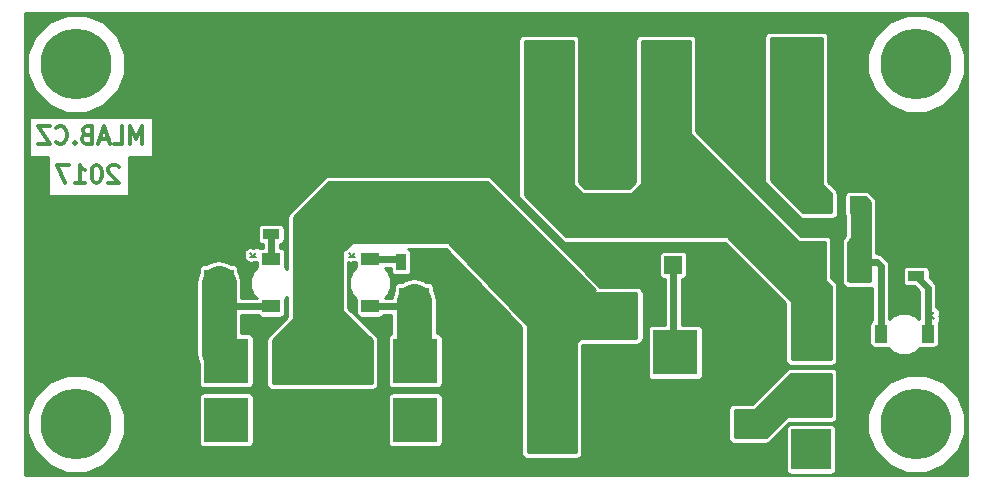
<source format=gbr>
G04 #@! TF.GenerationSoftware,KiCad,Pcbnew,(2017-02-05 revision 431abcf)-makepkg*
G04 #@! TF.CreationDate,2017-03-30T09:03:18+02:00*
G04 #@! TF.ProjectId,UNIPOWER05A,554E49504F5745523035412E6B696361,rev?*
G04 #@! TF.FileFunction,Copper,L2,Bot,Signal*
G04 #@! TF.FilePolarity,Positive*
%FSLAX46Y46*%
G04 Gerber Fmt 4.6, Leading zero omitted, Abs format (unit mm)*
G04 Created by KiCad (PCBNEW (2017-02-05 revision 431abcf)-makepkg) date 03/30/17 09:03:18*
%MOMM*%
%LPD*%
G01*
G04 APERTURE LIST*
%ADD10C,0.300000*%
%ADD11C,0.150000*%
%ADD12R,1.500000X1.050000*%
%ADD13R,3.400000X3.400000*%
%ADD14R,3.810000X3.810000*%
%ADD15R,1.050000X1.500000*%
%ADD16C,6.000000*%
%ADD17R,1.300000X1.500000*%
%ADD18R,0.700000X3.000000*%
%ADD19R,2.499360X2.301240*%
%ADD20R,1.900000X3.400000*%
%ADD21R,1.524000X1.524000*%
%ADD22R,1.397000X0.889000*%
%ADD23R,0.889000X1.397000*%
%ADD24C,0.800000*%
%ADD25C,0.600000*%
%ADD26C,3.000000*%
%ADD27C,0.254000*%
G04 APERTURE END LIST*
D10*
X10671428Y28785428D02*
X10671428Y30285428D01*
X10171428Y29214000D01*
X9671428Y30285428D01*
X9671428Y28785428D01*
X8242857Y28785428D02*
X8957142Y28785428D01*
X8957142Y30285428D01*
X7814285Y29214000D02*
X7099999Y29214000D01*
X7957142Y28785428D02*
X7457142Y30285428D01*
X6957142Y28785428D01*
X5957142Y29571142D02*
X5742857Y29499714D01*
X5671428Y29428285D01*
X5600000Y29285428D01*
X5600000Y29071142D01*
X5671428Y28928285D01*
X5742857Y28856857D01*
X5885714Y28785428D01*
X6457142Y28785428D01*
X6457142Y30285428D01*
X5957142Y30285428D01*
X5814285Y30214000D01*
X5742857Y30142571D01*
X5671428Y29999714D01*
X5671428Y29856857D01*
X5742857Y29714000D01*
X5814285Y29642571D01*
X5957142Y29571142D01*
X6457142Y29571142D01*
X4957142Y28928285D02*
X4885714Y28856857D01*
X4957142Y28785428D01*
X5028571Y28856857D01*
X4957142Y28928285D01*
X4957142Y28785428D01*
X3385714Y28928285D02*
X3457142Y28856857D01*
X3671428Y28785428D01*
X3814285Y28785428D01*
X4028571Y28856857D01*
X4171428Y28999714D01*
X4242857Y29142571D01*
X4314285Y29428285D01*
X4314285Y29642571D01*
X4242857Y29928285D01*
X4171428Y30071142D01*
X4028571Y30214000D01*
X3814285Y30285428D01*
X3671428Y30285428D01*
X3457142Y30214000D01*
X3385714Y30142571D01*
X2885714Y30285428D02*
X1885714Y30285428D01*
X2885714Y28785428D01*
X1885714Y28785428D01*
X8667428Y26840571D02*
X8596000Y26912000D01*
X8453142Y26983428D01*
X8096000Y26983428D01*
X7953142Y26912000D01*
X7881714Y26840571D01*
X7810285Y26697714D01*
X7810285Y26554857D01*
X7881714Y26340571D01*
X8738857Y25483428D01*
X7810285Y25483428D01*
X6881714Y26983428D02*
X6738857Y26983428D01*
X6596000Y26912000D01*
X6524571Y26840571D01*
X6453142Y26697714D01*
X6381714Y26412000D01*
X6381714Y26054857D01*
X6453142Y25769142D01*
X6524571Y25626285D01*
X6596000Y25554857D01*
X6738857Y25483428D01*
X6881714Y25483428D01*
X7024571Y25554857D01*
X7096000Y25626285D01*
X7167428Y25769142D01*
X7238857Y26054857D01*
X7238857Y26412000D01*
X7167428Y26697714D01*
X7096000Y26840571D01*
X7024571Y26912000D01*
X6881714Y26983428D01*
X4953142Y25483428D02*
X5810285Y25483428D01*
X5381714Y25483428D02*
X5381714Y26983428D01*
X5524571Y26769142D01*
X5667428Y26626285D01*
X5810285Y26554857D01*
X4453142Y26983428D02*
X3453142Y26983428D01*
X4096000Y25483428D01*
D11*
X20340320Y19240500D02*
X19771360Y19235420D01*
X20068540Y19270980D02*
X20340320Y19545300D01*
X20083780Y19232880D02*
X19778980Y19552920D01*
X77398880Y14206220D02*
X77718920Y14511020D01*
X77436980Y14221460D02*
X77711300Y13949680D01*
X77406500Y13949680D02*
X77401420Y14518640D01*
X28465780Y19232880D02*
X28160980Y19552920D01*
X28450540Y19270980D02*
X28722320Y19545300D01*
X28722320Y19240500D02*
X28153360Y19235420D01*
D12*
X21590000Y19018000D03*
X21590000Y15018000D03*
D13*
X67310000Y2920000D03*
X67310000Y7620000D03*
X67310000Y12320000D03*
D14*
X50800000Y8024000D03*
X50800000Y14224000D03*
X55800000Y11124000D03*
D15*
X73184000Y12700000D03*
X77184000Y12700000D03*
D16*
X76200000Y35560000D03*
X76200000Y5080000D03*
X5080000Y35560000D03*
X5080000Y5080000D03*
D17*
X71200000Y23622000D03*
D18*
X69850000Y23622000D03*
D17*
X68500000Y23622000D03*
D19*
X17134840Y17018000D03*
X12837160Y17018000D03*
X33665160Y15494000D03*
X37962840Y15494000D03*
D12*
X29972000Y15018000D03*
X29972000Y19018000D03*
D19*
X57795160Y5080000D03*
X62092840Y5080000D03*
D20*
X71292000Y18796000D03*
X67392000Y18796000D03*
D14*
X17780000Y10414000D03*
X17780000Y5414000D03*
X12700000Y5414000D03*
X12700000Y10414000D03*
X33782000Y10414000D03*
X33782000Y5414000D03*
X38862000Y5414000D03*
X38862000Y10414000D03*
X45212000Y9652000D03*
X45212000Y4652000D03*
X50292000Y4652000D03*
X50292000Y9652000D03*
D21*
X55626000Y18542000D03*
D14*
X44958000Y30480000D03*
X44958000Y35480000D03*
X40005000Y35480000D03*
X40005000Y30480000D03*
X54864000Y30480000D03*
X54864000Y35480000D03*
X49911000Y35480000D03*
X49911000Y30480000D03*
D21*
X62230000Y34290000D03*
X62230000Y36830000D03*
X64770000Y34290000D03*
X64770000Y36830000D03*
X67310000Y34290000D03*
X67310000Y36830000D03*
X69850000Y34290000D03*
X69850000Y36830000D03*
D22*
X21590000Y23050500D03*
X21590000Y21145500D03*
D23*
X32575500Y18796000D03*
X34480500Y18796000D03*
D22*
X76200000Y17589500D03*
X76200000Y19494500D03*
D21*
X62230000Y29210000D03*
X62230000Y31750000D03*
X64770000Y29210000D03*
X64770000Y31750000D03*
X67310000Y29210000D03*
X67310000Y31750000D03*
X69850000Y29210000D03*
X69850000Y31750000D03*
D24*
X71628000Y36830000D03*
X71628000Y34290000D03*
X71882000Y31750000D03*
X71882000Y29210000D03*
X60452000Y36830000D03*
X60452000Y34036000D03*
X60452000Y31750000D03*
X60452000Y29210000D03*
X59944000Y18796000D03*
X61214000Y18034000D03*
X62230000Y17018000D03*
X63246000Y16002000D03*
X64008000Y14986000D03*
X63246000Y14224000D03*
X62230000Y15240000D03*
X61214000Y16256000D03*
X60198000Y17018000D03*
X58674000Y17526000D03*
X48768000Y25908000D03*
X49784000Y25908000D03*
X50800000Y25908000D03*
X51816000Y25908000D03*
X52070000Y26924000D03*
X51054000Y26924000D03*
X50038000Y26924000D03*
X49022000Y26924000D03*
X48006000Y26924000D03*
X51054000Y27940000D03*
X52070000Y27940000D03*
X50038000Y27940000D03*
X49022000Y27940000D03*
X48006000Y27940000D03*
X41656000Y26670000D03*
X40640000Y26670000D03*
X39370000Y26670000D03*
X38100000Y26670000D03*
X41656000Y27686000D03*
X40640000Y27686000D03*
X39370000Y27686000D03*
X38100000Y27686000D03*
X37338000Y28194000D03*
X37338000Y29464000D03*
X37338000Y30480000D03*
X37338000Y31496000D03*
X37338000Y32512000D03*
X37338000Y33528004D03*
X37338000Y34544000D03*
X37338000Y35560000D03*
X10160000Y14732000D03*
X10160000Y16002000D03*
X10160000Y17526000D03*
X9906000Y11176000D03*
X9906000Y12192000D03*
X13970000Y13208000D03*
X12954000Y13208000D03*
X11938000Y13208000D03*
X10922000Y13208000D03*
X9906000Y13208000D03*
X13970000Y2540000D03*
X12954000Y2540000D03*
X11938000Y2540000D03*
X10922000Y2540000D03*
X9906000Y2540000D03*
X9906000Y9906000D03*
X9906000Y8636000D03*
X9906000Y7620000D03*
X9906000Y6350000D03*
X9906000Y5334000D03*
X41656000Y11938000D03*
X41656000Y10922000D03*
X41656000Y9906000D03*
X41656000Y8890000D03*
X41656000Y7874000D03*
X41656000Y6604000D03*
X41656000Y5334000D03*
X58166000Y8128000D03*
X57150000Y8128000D03*
X56134000Y8128000D03*
X57150000Y2032000D03*
X56134000Y2032000D03*
X54864000Y2032000D03*
X53848000Y2032000D03*
X54864000Y8128000D03*
X54864000Y6858000D03*
X54864000Y5334000D03*
X54864000Y4318000D03*
X54864000Y3302000D03*
X53848000Y3302000D03*
X53848000Y4318000D03*
X53848000Y5334000D03*
X53848000Y6858000D03*
X53848000Y8128000D03*
X41656000Y13462000D03*
X40132000Y13462000D03*
X39116000Y13462000D03*
X37846000Y13462000D03*
X36576000Y13462000D03*
X26924000Y14224000D03*
X24892000Y14224000D03*
X23876000Y14224000D03*
X23876000Y16256000D03*
X24892000Y16256000D03*
X25908000Y16256000D03*
X26924000Y16256000D03*
X26924000Y15240000D03*
X25908000Y15240000D03*
X24892000Y15240000D03*
X23876000Y15240000D03*
X25908000Y14224000D03*
X28448000Y12954000D03*
X27178000Y12954000D03*
X25908000Y12954000D03*
X24638000Y12954000D03*
X23368000Y12954000D03*
D25*
X71882000Y31750000D02*
X71882000Y34036000D01*
X71882000Y34036000D02*
X71628000Y34290000D01*
X69850000Y29210000D02*
X71882000Y29210000D01*
X60452000Y31750000D02*
X60452000Y34036000D01*
X62230000Y29210000D02*
X60452000Y29210000D01*
X61214000Y18034000D02*
X60706000Y18034000D01*
X60706000Y18034000D02*
X59944000Y18796000D01*
X63246000Y16002000D02*
X62230000Y17018000D01*
X63246000Y14224000D02*
X64008000Y14986000D01*
X61214000Y16256000D02*
X62230000Y15240000D01*
X58674000Y17526000D02*
X59690000Y17526000D01*
X59690000Y17526000D02*
X60198000Y17018000D01*
X50800000Y25908000D02*
X49784000Y25908000D01*
X52070000Y26924000D02*
X52070000Y26162000D01*
X52070000Y26162000D02*
X51816000Y25908000D01*
X50038000Y26924000D02*
X51054000Y26924000D01*
X48006000Y26924000D02*
X49022000Y26924000D01*
X52070000Y27940000D02*
X51054000Y27940000D01*
X49022000Y27940000D02*
X50038000Y27940000D01*
X49911000Y30480000D02*
X49911000Y29845000D01*
X49911000Y29845000D02*
X48006000Y27940000D01*
X39370000Y26670000D02*
X40640000Y26670000D01*
X38100000Y27686000D02*
X38100000Y26670000D01*
X39370000Y27686000D02*
X40640000Y27686000D01*
X37338000Y28194000D02*
X37592000Y28194000D01*
X37592000Y28194000D02*
X38100000Y27686000D01*
X37338000Y31496000D02*
X37338000Y30480000D01*
X37338000Y33528004D02*
X37338000Y32512000D01*
X37338000Y35560000D02*
X37338000Y34544000D01*
X10160000Y16002000D02*
X10160000Y14732000D01*
X12837160Y17018000D02*
X10668000Y17018000D01*
X10668000Y17018000D02*
X10160000Y17526000D01*
X9906000Y13208000D02*
X9906000Y12192000D01*
X11938000Y13208000D02*
X12954000Y13208000D01*
X9906000Y13208000D02*
X10922000Y13208000D01*
X12954000Y2540000D02*
X13970000Y2540000D01*
X10922000Y2540000D02*
X11938000Y2540000D01*
X12700000Y5414000D02*
X12700000Y5334000D01*
X12700000Y5334000D02*
X9906000Y2540000D01*
X9906000Y7620000D02*
X9906000Y8636000D01*
X9906000Y5334000D02*
X9906000Y6350000D01*
X41656000Y10922000D02*
X41656000Y11938000D01*
X41656000Y8890000D02*
X41656000Y9906000D01*
X41656000Y6604000D02*
X41656000Y7874000D01*
X38862000Y5414000D02*
X41576000Y5414000D01*
X41576000Y5414000D02*
X41656000Y5334000D01*
X56134000Y8128000D02*
X57150000Y8128000D01*
X56134000Y2032000D02*
X57150000Y2032000D01*
X53848000Y2032000D02*
X54864000Y2032000D01*
X54864000Y6858000D02*
X54864000Y8128000D01*
X54864000Y4883685D02*
X54864000Y5334000D01*
X54864000Y4318000D02*
X54864000Y4883685D01*
X53848000Y3302000D02*
X54864000Y3302000D01*
X53848000Y5334000D02*
X53848000Y4318000D01*
X53848000Y8128000D02*
X53848000Y6858000D01*
X40132000Y13462000D02*
X41656000Y13462000D01*
X37846000Y13462000D02*
X39116000Y13462000D01*
X38862000Y10414000D02*
X38862000Y11176000D01*
X38862000Y11176000D02*
X36576000Y13462000D01*
X55626000Y18542000D02*
X55626000Y11298000D01*
X55626000Y11298000D02*
X55800000Y11124000D01*
X18034000Y14986000D02*
X17134840Y14986000D01*
X18034000Y14986000D02*
X18066000Y15018000D01*
X18066000Y15018000D02*
X21590000Y15018000D01*
D26*
X17134840Y17018000D02*
X17134840Y14986000D01*
X17134840Y14986000D02*
X17134840Y11059160D01*
X17134840Y11059160D02*
X17780000Y10414000D01*
D25*
X29972000Y15018000D02*
X33189160Y15018000D01*
X33189160Y15018000D02*
X33665160Y15494000D01*
D26*
X33665160Y15494000D02*
X33665160Y10530840D01*
X33665160Y10530840D02*
X33782000Y10414000D01*
D25*
X21590000Y19018000D02*
X21590000Y21145500D01*
D10*
X27178000Y14224000D02*
X26924000Y14224000D01*
X28448000Y12954000D02*
X27178000Y14224000D01*
X25908000Y14224000D02*
X24892000Y14224000D01*
X24892000Y14224000D02*
X23876000Y14224000D01*
X24892000Y16256000D02*
X23876000Y16256000D01*
X26924000Y16256000D02*
X25908000Y16256000D01*
X25908000Y15240000D02*
X26924000Y15240000D01*
X23876000Y15240000D02*
X24892000Y15240000D01*
X25908000Y12954000D02*
X27178000Y12954000D01*
X23368000Y12954000D02*
X24638000Y12954000D01*
D25*
X73184000Y12700000D02*
X73184000Y18454000D01*
X73184000Y18454000D02*
X72842000Y18796000D01*
X72842000Y18796000D02*
X71292000Y18796000D01*
X29972000Y19018000D02*
X32353500Y19018000D01*
X32353500Y19018000D02*
X32575500Y18796000D01*
X76200000Y17589500D02*
X77184000Y16605500D01*
X77184000Y16605500D02*
X77184000Y12700000D01*
D27*
G36*
X80524000Y756000D02*
X756000Y756000D01*
X756000Y4262690D01*
X952285Y4262690D01*
X1579259Y2745296D01*
X2739190Y1583340D01*
X4255487Y953718D01*
X5897310Y952285D01*
X7414704Y1579259D01*
X8576660Y2739190D01*
X9206282Y4255487D01*
X9207715Y5897310D01*
X8620286Y7319000D01*
X15439635Y7319000D01*
X15439635Y3509000D01*
X15472775Y3342393D01*
X15567150Y3201150D01*
X15708393Y3106775D01*
X15875000Y3073635D01*
X19685000Y3073635D01*
X19851607Y3106775D01*
X19992850Y3201150D01*
X20087225Y3342393D01*
X20120365Y3509000D01*
X20120365Y7319000D01*
X31441635Y7319000D01*
X31441635Y3509000D01*
X31474775Y3342393D01*
X31569150Y3201150D01*
X31710393Y3106775D01*
X31877000Y3073635D01*
X35687000Y3073635D01*
X35853607Y3106775D01*
X35994850Y3201150D01*
X36089225Y3342393D01*
X36122365Y3509000D01*
X36122365Y7319000D01*
X36089225Y7485607D01*
X35994850Y7626850D01*
X35853607Y7721225D01*
X35687000Y7754365D01*
X31877000Y7754365D01*
X31710393Y7721225D01*
X31569150Y7626850D01*
X31474775Y7485607D01*
X31441635Y7319000D01*
X20120365Y7319000D01*
X20087225Y7485607D01*
X19992850Y7626850D01*
X19851607Y7721225D01*
X19685000Y7754365D01*
X15875000Y7754365D01*
X15708393Y7721225D01*
X15567150Y7626850D01*
X15472775Y7485607D01*
X15439635Y7319000D01*
X8620286Y7319000D01*
X8580741Y7414704D01*
X7420810Y8576660D01*
X5904513Y9206282D01*
X4262690Y9207715D01*
X2745296Y8580741D01*
X1583340Y7420810D01*
X953718Y5904513D01*
X952285Y4262690D01*
X756000Y4262690D01*
X756000Y17018000D01*
X15207840Y17018000D01*
X15207840Y11059160D01*
X15354524Y10321729D01*
X15439635Y10194351D01*
X15439635Y8509000D01*
X15472775Y8342393D01*
X15567150Y8201150D01*
X15708393Y8106775D01*
X15875000Y8073635D01*
X19685000Y8073635D01*
X19851607Y8106775D01*
X19992850Y8201150D01*
X20087225Y8342393D01*
X20120365Y8509000D01*
X20120365Y12319000D01*
X20087225Y12485607D01*
X19992850Y12626850D01*
X19851607Y12721225D01*
X19685000Y12754365D01*
X19061840Y12754365D01*
X19061840Y14291000D01*
X20461424Y14291000D01*
X20532150Y14185150D01*
X20673393Y14090775D01*
X20840000Y14057635D01*
X22340000Y14057635D01*
X22506607Y14090775D01*
X22647850Y14185150D01*
X22742225Y14326393D01*
X22775365Y14493000D01*
X22775365Y15543000D01*
X22750898Y15666007D01*
X22941000Y15855778D01*
X22941000Y14146870D01*
X21288065Y12493935D01*
X21195503Y12355406D01*
X21163000Y12192000D01*
X21163000Y8382000D01*
X21195503Y8218594D01*
X21288065Y8080065D01*
X21426594Y7987503D01*
X21590000Y7955000D01*
X30226000Y7955000D01*
X30389406Y7987503D01*
X30527935Y8080065D01*
X30620497Y8218594D01*
X30653000Y8382000D01*
X30653000Y12192000D01*
X30620497Y12355406D01*
X30527935Y12493935D01*
X28113000Y14908870D01*
X28113000Y18741944D01*
X28157842Y18733440D01*
X28431891Y18735887D01*
X28453540Y18731029D01*
X28484199Y18736354D01*
X28726802Y18738520D01*
X28786635Y18750978D01*
X28786635Y18493000D01*
X28811102Y18369993D01*
X28466412Y18025904D01*
X28195310Y17373018D01*
X28194693Y16666084D01*
X28464655Y16012726D01*
X28811047Y15665728D01*
X28786635Y15543000D01*
X28786635Y14493000D01*
X28819775Y14326393D01*
X28914150Y14185150D01*
X29055393Y14090775D01*
X29222000Y14057635D01*
X30722000Y14057635D01*
X30888607Y14090775D01*
X31029850Y14185150D01*
X31100576Y14291000D01*
X31738160Y14291000D01*
X31738160Y12726748D01*
X31710393Y12721225D01*
X31569150Y12626850D01*
X31474775Y12485607D01*
X31441635Y12319000D01*
X31441635Y8509000D01*
X31474775Y8342393D01*
X31569150Y8201150D01*
X31710393Y8106775D01*
X31877000Y8073635D01*
X35687000Y8073635D01*
X35853607Y8106775D01*
X35994850Y8201150D01*
X36089225Y8342393D01*
X36122365Y8509000D01*
X36122365Y12319000D01*
X36089225Y12485607D01*
X35994850Y12626850D01*
X35853607Y12721225D01*
X35687000Y12754365D01*
X35592160Y12754365D01*
X35592160Y15494000D01*
X35445476Y16231431D01*
X35350205Y16374014D01*
X35350205Y16644620D01*
X35317065Y16811227D01*
X35222690Y16952470D01*
X35081447Y17046845D01*
X34914840Y17079985D01*
X34693428Y17079985D01*
X34402591Y17274316D01*
X33665160Y17421000D01*
X32927729Y17274316D01*
X32636892Y17079985D01*
X32415480Y17079985D01*
X32248873Y17046845D01*
X32107630Y16952470D01*
X32013255Y16811227D01*
X31980115Y16644620D01*
X31980115Y16374014D01*
X31884844Y16231431D01*
X31788087Y15745000D01*
X31212029Y15745000D01*
X31477588Y16010096D01*
X31748690Y16662982D01*
X31749307Y17369916D01*
X31479345Y18023274D01*
X31212086Y18291000D01*
X31695635Y18291000D01*
X31695635Y18097500D01*
X31728775Y17930893D01*
X31823150Y17789650D01*
X31964393Y17695275D01*
X32131000Y17662135D01*
X33020000Y17662135D01*
X33186607Y17695275D01*
X33327850Y17789650D01*
X33422225Y17930893D01*
X33455365Y18097500D01*
X33455365Y19494500D01*
X33422225Y19661107D01*
X33327850Y19802350D01*
X33192182Y19893000D01*
X36393286Y19893000D01*
X41601127Y14437167D01*
X41608065Y14430065D01*
X42753000Y13285130D01*
X42753000Y2540000D01*
X42785503Y2376594D01*
X42878065Y2238065D01*
X43016594Y2145503D01*
X43180000Y2113000D01*
X47498000Y2113000D01*
X47661406Y2145503D01*
X47799935Y2238065D01*
X47892497Y2376594D01*
X47925000Y2540000D01*
X47925000Y6350000D01*
X60279000Y6350000D01*
X60279000Y3810000D01*
X60311503Y3646594D01*
X60404065Y3508065D01*
X60542594Y3415503D01*
X60706000Y3383000D01*
X63500000Y3383000D01*
X63663406Y3415503D01*
X63801935Y3508065D01*
X64913870Y4620000D01*
X65174635Y4620000D01*
X65174635Y1220000D01*
X65207775Y1053393D01*
X65302150Y912150D01*
X65443393Y817775D01*
X65610000Y784635D01*
X69010000Y784635D01*
X69176607Y817775D01*
X69317850Y912150D01*
X69412225Y1053393D01*
X69445365Y1220000D01*
X69445365Y4262690D01*
X72072285Y4262690D01*
X72699259Y2745296D01*
X73859190Y1583340D01*
X75375487Y953718D01*
X77017310Y952285D01*
X78534704Y1579259D01*
X79696660Y2739190D01*
X80326282Y4255487D01*
X80327715Y5897310D01*
X79700741Y7414704D01*
X78540810Y8576660D01*
X77024513Y9206282D01*
X75382690Y9207715D01*
X73865296Y8580741D01*
X72703340Y7420810D01*
X72073718Y5904513D01*
X72072285Y4262690D01*
X69445365Y4262690D01*
X69445365Y4620000D01*
X69412225Y4786607D01*
X69317850Y4927850D01*
X69176607Y5022225D01*
X69010000Y5055365D01*
X65610000Y5055365D01*
X65443393Y5022225D01*
X65302150Y4927850D01*
X65207775Y4786607D01*
X65174635Y4620000D01*
X64913870Y4620000D01*
X65454870Y5161000D01*
X69088000Y5161000D01*
X69251406Y5193503D01*
X69389935Y5286065D01*
X69482497Y5424594D01*
X69515000Y5588000D01*
X69515000Y9398000D01*
X69482497Y9561406D01*
X69389935Y9699935D01*
X69251406Y9792497D01*
X69088000Y9825000D01*
X65532000Y9825000D01*
X65368594Y9792497D01*
X65230065Y9699935D01*
X62307130Y6777000D01*
X60706000Y6777000D01*
X60542594Y6744497D01*
X60404065Y6651935D01*
X60311503Y6513406D01*
X60279000Y6350000D01*
X47925000Y6350000D01*
X47925000Y11761130D01*
X47928870Y11765000D01*
X52578000Y11765000D01*
X52741406Y11797503D01*
X52879935Y11890065D01*
X52918894Y11948371D01*
X53012850Y12011150D01*
X53107225Y12152393D01*
X53140365Y12319000D01*
X53140365Y13029000D01*
X53459635Y13029000D01*
X53459635Y9219000D01*
X53492775Y9052393D01*
X53587150Y8911150D01*
X53728393Y8816775D01*
X53895000Y8783635D01*
X57705000Y8783635D01*
X57871607Y8816775D01*
X58012850Y8911150D01*
X58107225Y9052393D01*
X58140365Y9219000D01*
X58140365Y13029000D01*
X58107225Y13195607D01*
X58012850Y13336850D01*
X57871607Y13431225D01*
X57705000Y13464365D01*
X56353000Y13464365D01*
X56353000Y17344635D01*
X56388000Y17344635D01*
X56554607Y17377775D01*
X56695850Y17472150D01*
X56790225Y17613393D01*
X56823365Y17780000D01*
X56823365Y19304000D01*
X56790225Y19470607D01*
X56695850Y19611850D01*
X56554607Y19706225D01*
X56388000Y19739365D01*
X54864000Y19739365D01*
X54697393Y19706225D01*
X54556150Y19611850D01*
X54461775Y19470607D01*
X54428635Y19304000D01*
X54428635Y17780000D01*
X54461775Y17613393D01*
X54556150Y17472150D01*
X54697393Y17377775D01*
X54864000Y17344635D01*
X54899000Y17344635D01*
X54899000Y13464365D01*
X53895000Y13464365D01*
X53728393Y13431225D01*
X53587150Y13336850D01*
X53492775Y13195607D01*
X53459635Y13029000D01*
X53140365Y13029000D01*
X53140365Y16129000D01*
X53107225Y16295607D01*
X53012850Y16436850D01*
X52918894Y16499629D01*
X52879935Y16557935D01*
X52741406Y16650497D01*
X52578000Y16683000D01*
X49452870Y16683000D01*
X40179935Y25955935D01*
X40041406Y26048497D01*
X39878000Y26081000D01*
X26416000Y26081000D01*
X26252594Y26048497D01*
X26114065Y25955935D01*
X23066065Y22907935D01*
X22973503Y22769406D01*
X22941000Y22606000D01*
X22941000Y18179892D01*
X22750953Y18370272D01*
X22775365Y18493000D01*
X22775365Y19543000D01*
X22742225Y19709607D01*
X22647850Y19850850D01*
X22506607Y19945225D01*
X22340000Y19978365D01*
X22317000Y19978365D01*
X22317000Y20271304D01*
X22455107Y20298775D01*
X22596350Y20393150D01*
X22690725Y20534393D01*
X22723865Y20701000D01*
X22723865Y21590000D01*
X22690725Y21756607D01*
X22596350Y21897850D01*
X22455107Y21992225D01*
X22288500Y22025365D01*
X20891500Y22025365D01*
X20724893Y21992225D01*
X20583650Y21897850D01*
X20489275Y21756607D01*
X20456135Y21590000D01*
X20456135Y20701000D01*
X20489275Y20534393D01*
X20583650Y20393150D01*
X20724893Y20298775D01*
X20863000Y20271304D01*
X20863000Y19978365D01*
X20840000Y19978365D01*
X20673393Y19945225D01*
X20650889Y19930189D01*
X20530268Y20009976D01*
X20337985Y20047295D01*
X20146057Y20008189D01*
X20065150Y19953583D01*
X19982339Y20011886D01*
X19791220Y20054771D01*
X19598238Y20021254D01*
X19432773Y19916437D01*
X19320014Y19756279D01*
X19277129Y19565160D01*
X19303724Y19412035D01*
X19269380Y19230938D01*
X19309306Y19039180D01*
X19419575Y18877297D01*
X19583401Y18769935D01*
X19775842Y18733440D01*
X20049891Y18735887D01*
X20071540Y18731029D01*
X20102199Y18736354D01*
X20344802Y18738520D01*
X20404635Y18750978D01*
X20404635Y18493000D01*
X20429102Y18369993D01*
X20084412Y18025904D01*
X19813310Y17373018D01*
X19812693Y16666084D01*
X20082655Y16012726D01*
X20349914Y15745000D01*
X19061840Y15745000D01*
X19061840Y17018000D01*
X18915156Y17755431D01*
X18819885Y17898014D01*
X18819885Y18168620D01*
X18786745Y18335227D01*
X18692370Y18476470D01*
X18551127Y18570845D01*
X18384520Y18603985D01*
X18163108Y18603985D01*
X17872271Y18798316D01*
X17134840Y18945000D01*
X16397409Y18798316D01*
X16106572Y18603985D01*
X15885160Y18603985D01*
X15718553Y18570845D01*
X15577310Y18476470D01*
X15482935Y18335227D01*
X15449795Y18168620D01*
X15449795Y17898014D01*
X15354524Y17755431D01*
X15207840Y17018000D01*
X756000Y17018000D01*
X756000Y31046000D01*
X1094429Y31046000D01*
X1094429Y27642000D01*
X2661857Y27642000D01*
X2661857Y24340000D01*
X9530143Y24340000D01*
X9530143Y27642000D01*
X11605572Y27642000D01*
X11605572Y31046000D01*
X1094429Y31046000D01*
X756000Y31046000D01*
X756000Y34742690D01*
X952285Y34742690D01*
X1579259Y33225296D01*
X2739190Y32063340D01*
X4255487Y31433718D01*
X5897310Y31432285D01*
X7414704Y32059259D01*
X8576660Y33219190D01*
X9206282Y34735487D01*
X9207715Y36377310D01*
X8705816Y37592000D01*
X42499000Y37592000D01*
X42499000Y24384000D01*
X42531503Y24220594D01*
X42624065Y24082065D01*
X46180065Y20526065D01*
X46318594Y20433503D01*
X46482000Y20401000D01*
X60021130Y20401000D01*
X65105000Y15317130D01*
X65105000Y10414000D01*
X65137503Y10250594D01*
X65230065Y10112065D01*
X65368594Y10019503D01*
X65532000Y9987000D01*
X69088000Y9987000D01*
X69251406Y10019503D01*
X69389935Y10112065D01*
X69482497Y10250594D01*
X69515000Y10414000D01*
X69515000Y16764000D01*
X69482497Y16927406D01*
X69389935Y17065935D01*
X69007000Y17448870D01*
X69007000Y20496000D01*
X69906635Y20496000D01*
X69906635Y17096000D01*
X69939775Y16929393D01*
X69952376Y16910534D01*
X69963503Y16854594D01*
X70056065Y16716065D01*
X70194594Y16623503D01*
X70358000Y16591000D01*
X72390000Y16591000D01*
X72457000Y16604327D01*
X72457000Y13828576D01*
X72351150Y13757850D01*
X72256775Y13616607D01*
X72223635Y13450000D01*
X72223635Y11950000D01*
X72256775Y11783393D01*
X72351150Y11642150D01*
X72492393Y11547775D01*
X72659000Y11514635D01*
X73709000Y11514635D01*
X73832007Y11539102D01*
X74176096Y11194412D01*
X74828982Y10923310D01*
X75535916Y10922693D01*
X76189274Y11192655D01*
X76536272Y11539047D01*
X76659000Y11514635D01*
X77709000Y11514635D01*
X77875607Y11547775D01*
X78016850Y11642150D01*
X78111225Y11783393D01*
X78144365Y11950000D01*
X78144365Y13450000D01*
X78111225Y13616607D01*
X78096189Y13639111D01*
X78175976Y13759732D01*
X78213295Y13952015D01*
X78174189Y14143943D01*
X78119583Y14224850D01*
X78177886Y14307661D01*
X78220771Y14498780D01*
X78187254Y14691762D01*
X78082437Y14857227D01*
X77922279Y14969986D01*
X77911000Y14972517D01*
X77911000Y16605500D01*
X77855660Y16883711D01*
X77698067Y17119567D01*
X77333865Y17483769D01*
X77333865Y18034000D01*
X77300725Y18200607D01*
X77206350Y18341850D01*
X77065107Y18436225D01*
X76898500Y18469365D01*
X75501500Y18469365D01*
X75334893Y18436225D01*
X75193650Y18341850D01*
X75099275Y18200607D01*
X75066135Y18034000D01*
X75066135Y17145000D01*
X75099275Y16978393D01*
X75193650Y16837150D01*
X75334893Y16742775D01*
X75501500Y16709635D01*
X76051731Y16709635D01*
X76457000Y16304366D01*
X76457000Y13940029D01*
X76191904Y14205588D01*
X75539018Y14476690D01*
X74832084Y14477307D01*
X74178726Y14207345D01*
X73911000Y13940086D01*
X73911000Y18454000D01*
X73855660Y18732211D01*
X73698067Y18968067D01*
X73356067Y19310067D01*
X73288293Y19355352D01*
X73120211Y19467660D01*
X73074052Y19476842D01*
X72842000Y19523001D01*
X72841995Y19523000D01*
X72817000Y19523000D01*
X72817000Y23876000D01*
X72784497Y24039406D01*
X72691935Y24177935D01*
X72183935Y24685935D01*
X72045406Y24778497D01*
X71882000Y24811000D01*
X70612000Y24811000D01*
X70593725Y24807365D01*
X70550000Y24807365D01*
X70383393Y24774225D01*
X70242150Y24679850D01*
X70147775Y24538607D01*
X70114635Y24372000D01*
X70114635Y22872000D01*
X70147775Y22705393D01*
X70185000Y22649682D01*
X70185000Y21004870D01*
X70056065Y20875935D01*
X69963503Y20737406D01*
X69952376Y20681466D01*
X69939775Y20662607D01*
X69906635Y20496000D01*
X69007000Y20496000D01*
X69007000Y20574000D01*
X68974497Y20737406D01*
X68881935Y20875935D01*
X68743406Y20968497D01*
X68580000Y21001000D01*
X66470870Y21001000D01*
X57577000Y29894870D01*
X57577000Y37592000D01*
X57544497Y37755406D01*
X57483965Y37846000D01*
X63327000Y37846000D01*
X63327000Y25654000D01*
X63359503Y25490594D01*
X63452065Y25352065D01*
X66246065Y22558065D01*
X66384594Y22465503D01*
X66548000Y22433000D01*
X69088000Y22433000D01*
X69106275Y22436635D01*
X69150000Y22436635D01*
X69316607Y22469775D01*
X69457850Y22564150D01*
X69552225Y22705393D01*
X69585365Y22872000D01*
X69585365Y24372000D01*
X69552225Y24538607D01*
X69515000Y24594318D01*
X69515000Y24638000D01*
X69482497Y24801406D01*
X69389935Y24939935D01*
X68753000Y25576870D01*
X68753000Y34742690D01*
X72072285Y34742690D01*
X72699259Y33225296D01*
X73859190Y32063340D01*
X75375487Y31433718D01*
X77017310Y31432285D01*
X78534704Y32059259D01*
X79696660Y33219190D01*
X80326282Y34735487D01*
X80327715Y36377310D01*
X79700741Y37894704D01*
X78540810Y39056660D01*
X77024513Y39686282D01*
X75382690Y39687715D01*
X73865296Y39060741D01*
X72703340Y37900810D01*
X72073718Y36384513D01*
X72072285Y34742690D01*
X68753000Y34742690D01*
X68753000Y37846000D01*
X68720497Y38009406D01*
X68627935Y38147935D01*
X68489406Y38240497D01*
X68326000Y38273000D01*
X63754000Y38273000D01*
X63590594Y38240497D01*
X63452065Y38147935D01*
X63359503Y38009406D01*
X63327000Y37846000D01*
X57483965Y37846000D01*
X57451935Y37893935D01*
X57313406Y37986497D01*
X57150000Y38019000D01*
X52832000Y38019000D01*
X52668594Y37986497D01*
X52530065Y37893935D01*
X52437503Y37755406D01*
X52405000Y37592000D01*
X52405000Y25576870D01*
X51893130Y25065000D01*
X48182870Y25065000D01*
X47671000Y25576870D01*
X47671000Y37592000D01*
X47638497Y37755406D01*
X47545935Y37893935D01*
X47407406Y37986497D01*
X47244000Y38019000D01*
X42926000Y38019000D01*
X42762594Y37986497D01*
X42624065Y37893935D01*
X42531503Y37755406D01*
X42499000Y37592000D01*
X8705816Y37592000D01*
X8580741Y37894704D01*
X7420810Y39056660D01*
X5904513Y39686282D01*
X4262690Y39687715D01*
X2745296Y39060741D01*
X1583340Y37900810D01*
X953718Y36384513D01*
X952285Y34742690D01*
X756000Y34742690D01*
X756000Y39884000D01*
X80524000Y39884000D01*
X80524000Y756000D01*
X80524000Y756000D01*
G37*
X80524000Y756000D02*
X756000Y756000D01*
X756000Y4262690D01*
X952285Y4262690D01*
X1579259Y2745296D01*
X2739190Y1583340D01*
X4255487Y953718D01*
X5897310Y952285D01*
X7414704Y1579259D01*
X8576660Y2739190D01*
X9206282Y4255487D01*
X9207715Y5897310D01*
X8620286Y7319000D01*
X15439635Y7319000D01*
X15439635Y3509000D01*
X15472775Y3342393D01*
X15567150Y3201150D01*
X15708393Y3106775D01*
X15875000Y3073635D01*
X19685000Y3073635D01*
X19851607Y3106775D01*
X19992850Y3201150D01*
X20087225Y3342393D01*
X20120365Y3509000D01*
X20120365Y7319000D01*
X31441635Y7319000D01*
X31441635Y3509000D01*
X31474775Y3342393D01*
X31569150Y3201150D01*
X31710393Y3106775D01*
X31877000Y3073635D01*
X35687000Y3073635D01*
X35853607Y3106775D01*
X35994850Y3201150D01*
X36089225Y3342393D01*
X36122365Y3509000D01*
X36122365Y7319000D01*
X36089225Y7485607D01*
X35994850Y7626850D01*
X35853607Y7721225D01*
X35687000Y7754365D01*
X31877000Y7754365D01*
X31710393Y7721225D01*
X31569150Y7626850D01*
X31474775Y7485607D01*
X31441635Y7319000D01*
X20120365Y7319000D01*
X20087225Y7485607D01*
X19992850Y7626850D01*
X19851607Y7721225D01*
X19685000Y7754365D01*
X15875000Y7754365D01*
X15708393Y7721225D01*
X15567150Y7626850D01*
X15472775Y7485607D01*
X15439635Y7319000D01*
X8620286Y7319000D01*
X8580741Y7414704D01*
X7420810Y8576660D01*
X5904513Y9206282D01*
X4262690Y9207715D01*
X2745296Y8580741D01*
X1583340Y7420810D01*
X953718Y5904513D01*
X952285Y4262690D01*
X756000Y4262690D01*
X756000Y17018000D01*
X15207840Y17018000D01*
X15207840Y11059160D01*
X15354524Y10321729D01*
X15439635Y10194351D01*
X15439635Y8509000D01*
X15472775Y8342393D01*
X15567150Y8201150D01*
X15708393Y8106775D01*
X15875000Y8073635D01*
X19685000Y8073635D01*
X19851607Y8106775D01*
X19992850Y8201150D01*
X20087225Y8342393D01*
X20120365Y8509000D01*
X20120365Y12319000D01*
X20087225Y12485607D01*
X19992850Y12626850D01*
X19851607Y12721225D01*
X19685000Y12754365D01*
X19061840Y12754365D01*
X19061840Y14291000D01*
X20461424Y14291000D01*
X20532150Y14185150D01*
X20673393Y14090775D01*
X20840000Y14057635D01*
X22340000Y14057635D01*
X22506607Y14090775D01*
X22647850Y14185150D01*
X22742225Y14326393D01*
X22775365Y14493000D01*
X22775365Y15543000D01*
X22750898Y15666007D01*
X22941000Y15855778D01*
X22941000Y14146870D01*
X21288065Y12493935D01*
X21195503Y12355406D01*
X21163000Y12192000D01*
X21163000Y8382000D01*
X21195503Y8218594D01*
X21288065Y8080065D01*
X21426594Y7987503D01*
X21590000Y7955000D01*
X30226000Y7955000D01*
X30389406Y7987503D01*
X30527935Y8080065D01*
X30620497Y8218594D01*
X30653000Y8382000D01*
X30653000Y12192000D01*
X30620497Y12355406D01*
X30527935Y12493935D01*
X28113000Y14908870D01*
X28113000Y18741944D01*
X28157842Y18733440D01*
X28431891Y18735887D01*
X28453540Y18731029D01*
X28484199Y18736354D01*
X28726802Y18738520D01*
X28786635Y18750978D01*
X28786635Y18493000D01*
X28811102Y18369993D01*
X28466412Y18025904D01*
X28195310Y17373018D01*
X28194693Y16666084D01*
X28464655Y16012726D01*
X28811047Y15665728D01*
X28786635Y15543000D01*
X28786635Y14493000D01*
X28819775Y14326393D01*
X28914150Y14185150D01*
X29055393Y14090775D01*
X29222000Y14057635D01*
X30722000Y14057635D01*
X30888607Y14090775D01*
X31029850Y14185150D01*
X31100576Y14291000D01*
X31738160Y14291000D01*
X31738160Y12726748D01*
X31710393Y12721225D01*
X31569150Y12626850D01*
X31474775Y12485607D01*
X31441635Y12319000D01*
X31441635Y8509000D01*
X31474775Y8342393D01*
X31569150Y8201150D01*
X31710393Y8106775D01*
X31877000Y8073635D01*
X35687000Y8073635D01*
X35853607Y8106775D01*
X35994850Y8201150D01*
X36089225Y8342393D01*
X36122365Y8509000D01*
X36122365Y12319000D01*
X36089225Y12485607D01*
X35994850Y12626850D01*
X35853607Y12721225D01*
X35687000Y12754365D01*
X35592160Y12754365D01*
X35592160Y15494000D01*
X35445476Y16231431D01*
X35350205Y16374014D01*
X35350205Y16644620D01*
X35317065Y16811227D01*
X35222690Y16952470D01*
X35081447Y17046845D01*
X34914840Y17079985D01*
X34693428Y17079985D01*
X34402591Y17274316D01*
X33665160Y17421000D01*
X32927729Y17274316D01*
X32636892Y17079985D01*
X32415480Y17079985D01*
X32248873Y17046845D01*
X32107630Y16952470D01*
X32013255Y16811227D01*
X31980115Y16644620D01*
X31980115Y16374014D01*
X31884844Y16231431D01*
X31788087Y15745000D01*
X31212029Y15745000D01*
X31477588Y16010096D01*
X31748690Y16662982D01*
X31749307Y17369916D01*
X31479345Y18023274D01*
X31212086Y18291000D01*
X31695635Y18291000D01*
X31695635Y18097500D01*
X31728775Y17930893D01*
X31823150Y17789650D01*
X31964393Y17695275D01*
X32131000Y17662135D01*
X33020000Y17662135D01*
X33186607Y17695275D01*
X33327850Y17789650D01*
X33422225Y17930893D01*
X33455365Y18097500D01*
X33455365Y19494500D01*
X33422225Y19661107D01*
X33327850Y19802350D01*
X33192182Y19893000D01*
X36393286Y19893000D01*
X41601127Y14437167D01*
X41608065Y14430065D01*
X42753000Y13285130D01*
X42753000Y2540000D01*
X42785503Y2376594D01*
X42878065Y2238065D01*
X43016594Y2145503D01*
X43180000Y2113000D01*
X47498000Y2113000D01*
X47661406Y2145503D01*
X47799935Y2238065D01*
X47892497Y2376594D01*
X47925000Y2540000D01*
X47925000Y6350000D01*
X60279000Y6350000D01*
X60279000Y3810000D01*
X60311503Y3646594D01*
X60404065Y3508065D01*
X60542594Y3415503D01*
X60706000Y3383000D01*
X63500000Y3383000D01*
X63663406Y3415503D01*
X63801935Y3508065D01*
X64913870Y4620000D01*
X65174635Y4620000D01*
X65174635Y1220000D01*
X65207775Y1053393D01*
X65302150Y912150D01*
X65443393Y817775D01*
X65610000Y784635D01*
X69010000Y784635D01*
X69176607Y817775D01*
X69317850Y912150D01*
X69412225Y1053393D01*
X69445365Y1220000D01*
X69445365Y4262690D01*
X72072285Y4262690D01*
X72699259Y2745296D01*
X73859190Y1583340D01*
X75375487Y953718D01*
X77017310Y952285D01*
X78534704Y1579259D01*
X79696660Y2739190D01*
X80326282Y4255487D01*
X80327715Y5897310D01*
X79700741Y7414704D01*
X78540810Y8576660D01*
X77024513Y9206282D01*
X75382690Y9207715D01*
X73865296Y8580741D01*
X72703340Y7420810D01*
X72073718Y5904513D01*
X72072285Y4262690D01*
X69445365Y4262690D01*
X69445365Y4620000D01*
X69412225Y4786607D01*
X69317850Y4927850D01*
X69176607Y5022225D01*
X69010000Y5055365D01*
X65610000Y5055365D01*
X65443393Y5022225D01*
X65302150Y4927850D01*
X65207775Y4786607D01*
X65174635Y4620000D01*
X64913870Y4620000D01*
X65454870Y5161000D01*
X69088000Y5161000D01*
X69251406Y5193503D01*
X69389935Y5286065D01*
X69482497Y5424594D01*
X69515000Y5588000D01*
X69515000Y9398000D01*
X69482497Y9561406D01*
X69389935Y9699935D01*
X69251406Y9792497D01*
X69088000Y9825000D01*
X65532000Y9825000D01*
X65368594Y9792497D01*
X65230065Y9699935D01*
X62307130Y6777000D01*
X60706000Y6777000D01*
X60542594Y6744497D01*
X60404065Y6651935D01*
X60311503Y6513406D01*
X60279000Y6350000D01*
X47925000Y6350000D01*
X47925000Y11761130D01*
X47928870Y11765000D01*
X52578000Y11765000D01*
X52741406Y11797503D01*
X52879935Y11890065D01*
X52918894Y11948371D01*
X53012850Y12011150D01*
X53107225Y12152393D01*
X53140365Y12319000D01*
X53140365Y13029000D01*
X53459635Y13029000D01*
X53459635Y9219000D01*
X53492775Y9052393D01*
X53587150Y8911150D01*
X53728393Y8816775D01*
X53895000Y8783635D01*
X57705000Y8783635D01*
X57871607Y8816775D01*
X58012850Y8911150D01*
X58107225Y9052393D01*
X58140365Y9219000D01*
X58140365Y13029000D01*
X58107225Y13195607D01*
X58012850Y13336850D01*
X57871607Y13431225D01*
X57705000Y13464365D01*
X56353000Y13464365D01*
X56353000Y17344635D01*
X56388000Y17344635D01*
X56554607Y17377775D01*
X56695850Y17472150D01*
X56790225Y17613393D01*
X56823365Y17780000D01*
X56823365Y19304000D01*
X56790225Y19470607D01*
X56695850Y19611850D01*
X56554607Y19706225D01*
X56388000Y19739365D01*
X54864000Y19739365D01*
X54697393Y19706225D01*
X54556150Y19611850D01*
X54461775Y19470607D01*
X54428635Y19304000D01*
X54428635Y17780000D01*
X54461775Y17613393D01*
X54556150Y17472150D01*
X54697393Y17377775D01*
X54864000Y17344635D01*
X54899000Y17344635D01*
X54899000Y13464365D01*
X53895000Y13464365D01*
X53728393Y13431225D01*
X53587150Y13336850D01*
X53492775Y13195607D01*
X53459635Y13029000D01*
X53140365Y13029000D01*
X53140365Y16129000D01*
X53107225Y16295607D01*
X53012850Y16436850D01*
X52918894Y16499629D01*
X52879935Y16557935D01*
X52741406Y16650497D01*
X52578000Y16683000D01*
X49452870Y16683000D01*
X40179935Y25955935D01*
X40041406Y26048497D01*
X39878000Y26081000D01*
X26416000Y26081000D01*
X26252594Y26048497D01*
X26114065Y25955935D01*
X23066065Y22907935D01*
X22973503Y22769406D01*
X22941000Y22606000D01*
X22941000Y18179892D01*
X22750953Y18370272D01*
X22775365Y18493000D01*
X22775365Y19543000D01*
X22742225Y19709607D01*
X22647850Y19850850D01*
X22506607Y19945225D01*
X22340000Y19978365D01*
X22317000Y19978365D01*
X22317000Y20271304D01*
X22455107Y20298775D01*
X22596350Y20393150D01*
X22690725Y20534393D01*
X22723865Y20701000D01*
X22723865Y21590000D01*
X22690725Y21756607D01*
X22596350Y21897850D01*
X22455107Y21992225D01*
X22288500Y22025365D01*
X20891500Y22025365D01*
X20724893Y21992225D01*
X20583650Y21897850D01*
X20489275Y21756607D01*
X20456135Y21590000D01*
X20456135Y20701000D01*
X20489275Y20534393D01*
X20583650Y20393150D01*
X20724893Y20298775D01*
X20863000Y20271304D01*
X20863000Y19978365D01*
X20840000Y19978365D01*
X20673393Y19945225D01*
X20650889Y19930189D01*
X20530268Y20009976D01*
X20337985Y20047295D01*
X20146057Y20008189D01*
X20065150Y19953583D01*
X19982339Y20011886D01*
X19791220Y20054771D01*
X19598238Y20021254D01*
X19432773Y19916437D01*
X19320014Y19756279D01*
X19277129Y19565160D01*
X19303724Y19412035D01*
X19269380Y19230938D01*
X19309306Y19039180D01*
X19419575Y18877297D01*
X19583401Y18769935D01*
X19775842Y18733440D01*
X20049891Y18735887D01*
X20071540Y18731029D01*
X20102199Y18736354D01*
X20344802Y18738520D01*
X20404635Y18750978D01*
X20404635Y18493000D01*
X20429102Y18369993D01*
X20084412Y18025904D01*
X19813310Y17373018D01*
X19812693Y16666084D01*
X20082655Y16012726D01*
X20349914Y15745000D01*
X19061840Y15745000D01*
X19061840Y17018000D01*
X18915156Y17755431D01*
X18819885Y17898014D01*
X18819885Y18168620D01*
X18786745Y18335227D01*
X18692370Y18476470D01*
X18551127Y18570845D01*
X18384520Y18603985D01*
X18163108Y18603985D01*
X17872271Y18798316D01*
X17134840Y18945000D01*
X16397409Y18798316D01*
X16106572Y18603985D01*
X15885160Y18603985D01*
X15718553Y18570845D01*
X15577310Y18476470D01*
X15482935Y18335227D01*
X15449795Y18168620D01*
X15449795Y17898014D01*
X15354524Y17755431D01*
X15207840Y17018000D01*
X756000Y17018000D01*
X756000Y31046000D01*
X1094429Y31046000D01*
X1094429Y27642000D01*
X2661857Y27642000D01*
X2661857Y24340000D01*
X9530143Y24340000D01*
X9530143Y27642000D01*
X11605572Y27642000D01*
X11605572Y31046000D01*
X1094429Y31046000D01*
X756000Y31046000D01*
X756000Y34742690D01*
X952285Y34742690D01*
X1579259Y33225296D01*
X2739190Y32063340D01*
X4255487Y31433718D01*
X5897310Y31432285D01*
X7414704Y32059259D01*
X8576660Y33219190D01*
X9206282Y34735487D01*
X9207715Y36377310D01*
X8705816Y37592000D01*
X42499000Y37592000D01*
X42499000Y24384000D01*
X42531503Y24220594D01*
X42624065Y24082065D01*
X46180065Y20526065D01*
X46318594Y20433503D01*
X46482000Y20401000D01*
X60021130Y20401000D01*
X65105000Y15317130D01*
X65105000Y10414000D01*
X65137503Y10250594D01*
X65230065Y10112065D01*
X65368594Y10019503D01*
X65532000Y9987000D01*
X69088000Y9987000D01*
X69251406Y10019503D01*
X69389935Y10112065D01*
X69482497Y10250594D01*
X69515000Y10414000D01*
X69515000Y16764000D01*
X69482497Y16927406D01*
X69389935Y17065935D01*
X69007000Y17448870D01*
X69007000Y20496000D01*
X69906635Y20496000D01*
X69906635Y17096000D01*
X69939775Y16929393D01*
X69952376Y16910534D01*
X69963503Y16854594D01*
X70056065Y16716065D01*
X70194594Y16623503D01*
X70358000Y16591000D01*
X72390000Y16591000D01*
X72457000Y16604327D01*
X72457000Y13828576D01*
X72351150Y13757850D01*
X72256775Y13616607D01*
X72223635Y13450000D01*
X72223635Y11950000D01*
X72256775Y11783393D01*
X72351150Y11642150D01*
X72492393Y11547775D01*
X72659000Y11514635D01*
X73709000Y11514635D01*
X73832007Y11539102D01*
X74176096Y11194412D01*
X74828982Y10923310D01*
X75535916Y10922693D01*
X76189274Y11192655D01*
X76536272Y11539047D01*
X76659000Y11514635D01*
X77709000Y11514635D01*
X77875607Y11547775D01*
X78016850Y11642150D01*
X78111225Y11783393D01*
X78144365Y11950000D01*
X78144365Y13450000D01*
X78111225Y13616607D01*
X78096189Y13639111D01*
X78175976Y13759732D01*
X78213295Y13952015D01*
X78174189Y14143943D01*
X78119583Y14224850D01*
X78177886Y14307661D01*
X78220771Y14498780D01*
X78187254Y14691762D01*
X78082437Y14857227D01*
X77922279Y14969986D01*
X77911000Y14972517D01*
X77911000Y16605500D01*
X77855660Y16883711D01*
X77698067Y17119567D01*
X77333865Y17483769D01*
X77333865Y18034000D01*
X77300725Y18200607D01*
X77206350Y18341850D01*
X77065107Y18436225D01*
X76898500Y18469365D01*
X75501500Y18469365D01*
X75334893Y18436225D01*
X75193650Y18341850D01*
X75099275Y18200607D01*
X75066135Y18034000D01*
X75066135Y17145000D01*
X75099275Y16978393D01*
X75193650Y16837150D01*
X75334893Y16742775D01*
X75501500Y16709635D01*
X76051731Y16709635D01*
X76457000Y16304366D01*
X76457000Y13940029D01*
X76191904Y14205588D01*
X75539018Y14476690D01*
X74832084Y14477307D01*
X74178726Y14207345D01*
X73911000Y13940086D01*
X73911000Y18454000D01*
X73855660Y18732211D01*
X73698067Y18968067D01*
X73356067Y19310067D01*
X73288293Y19355352D01*
X73120211Y19467660D01*
X73074052Y19476842D01*
X72842000Y19523001D01*
X72841995Y19523000D01*
X72817000Y19523000D01*
X72817000Y23876000D01*
X72784497Y24039406D01*
X72691935Y24177935D01*
X72183935Y24685935D01*
X72045406Y24778497D01*
X71882000Y24811000D01*
X70612000Y24811000D01*
X70593725Y24807365D01*
X70550000Y24807365D01*
X70383393Y24774225D01*
X70242150Y24679850D01*
X70147775Y24538607D01*
X70114635Y24372000D01*
X70114635Y22872000D01*
X70147775Y22705393D01*
X70185000Y22649682D01*
X70185000Y21004870D01*
X70056065Y20875935D01*
X69963503Y20737406D01*
X69952376Y20681466D01*
X69939775Y20662607D01*
X69906635Y20496000D01*
X69007000Y20496000D01*
X69007000Y20574000D01*
X68974497Y20737406D01*
X68881935Y20875935D01*
X68743406Y20968497D01*
X68580000Y21001000D01*
X66470870Y21001000D01*
X57577000Y29894870D01*
X57577000Y37592000D01*
X57544497Y37755406D01*
X57483965Y37846000D01*
X63327000Y37846000D01*
X63327000Y25654000D01*
X63359503Y25490594D01*
X63452065Y25352065D01*
X66246065Y22558065D01*
X66384594Y22465503D01*
X66548000Y22433000D01*
X69088000Y22433000D01*
X69106275Y22436635D01*
X69150000Y22436635D01*
X69316607Y22469775D01*
X69457850Y22564150D01*
X69552225Y22705393D01*
X69585365Y22872000D01*
X69585365Y24372000D01*
X69552225Y24538607D01*
X69515000Y24594318D01*
X69515000Y24638000D01*
X69482497Y24801406D01*
X69389935Y24939935D01*
X68753000Y25576870D01*
X68753000Y34742690D01*
X72072285Y34742690D01*
X72699259Y33225296D01*
X73859190Y32063340D01*
X75375487Y31433718D01*
X77017310Y31432285D01*
X78534704Y32059259D01*
X79696660Y33219190D01*
X80326282Y34735487D01*
X80327715Y36377310D01*
X79700741Y37894704D01*
X78540810Y39056660D01*
X77024513Y39686282D01*
X75382690Y39687715D01*
X73865296Y39060741D01*
X72703340Y37900810D01*
X72073718Y36384513D01*
X72072285Y34742690D01*
X68753000Y34742690D01*
X68753000Y37846000D01*
X68720497Y38009406D01*
X68627935Y38147935D01*
X68489406Y38240497D01*
X68326000Y38273000D01*
X63754000Y38273000D01*
X63590594Y38240497D01*
X63452065Y38147935D01*
X63359503Y38009406D01*
X63327000Y37846000D01*
X57483965Y37846000D01*
X57451935Y37893935D01*
X57313406Y37986497D01*
X57150000Y38019000D01*
X52832000Y38019000D01*
X52668594Y37986497D01*
X52530065Y37893935D01*
X52437503Y37755406D01*
X52405000Y37592000D01*
X52405000Y25576870D01*
X51893130Y25065000D01*
X48182870Y25065000D01*
X47671000Y25576870D01*
X47671000Y37592000D01*
X47638497Y37755406D01*
X47545935Y37893935D01*
X47407406Y37986497D01*
X47244000Y38019000D01*
X42926000Y38019000D01*
X42762594Y37986497D01*
X42624065Y37893935D01*
X42531503Y37755406D01*
X42499000Y37592000D01*
X8705816Y37592000D01*
X8580741Y37894704D01*
X7420810Y39056660D01*
X5904513Y39686282D01*
X4262690Y39687715D01*
X2745296Y39060741D01*
X1583340Y37900810D01*
X953718Y36384513D01*
X952285Y34742690D01*
X756000Y34742690D01*
X756000Y39884000D01*
X80524000Y39884000D01*
X80524000Y756000D01*
G36*
X48969394Y16383000D02*
X48768000Y16383000D01*
X48719399Y16373333D01*
X48678197Y16345803D01*
X48650667Y16304601D01*
X48641000Y16256000D01*
X48650667Y16207399D01*
X48678197Y16166197D01*
X48719399Y16138667D01*
X48768000Y16129000D01*
X52451000Y16129000D01*
X52451000Y12319000D01*
X47752000Y12319000D01*
X47703399Y12309333D01*
X47662197Y12281803D01*
X47408197Y12027803D01*
X47380667Y11986601D01*
X47371000Y11938000D01*
X47371000Y2667000D01*
X43307000Y2667000D01*
X43307000Y13462000D01*
X43297333Y13510601D01*
X43269803Y13551803D01*
X42000816Y14820790D01*
X36667866Y20407690D01*
X36627316Y20436171D01*
X36576000Y20447000D01*
X28448000Y20447000D01*
X28399399Y20437333D01*
X28358197Y20409803D01*
X27951345Y20002951D01*
X27814773Y19916437D01*
X27702014Y19756279D01*
X27701245Y19752851D01*
X27596197Y19647803D01*
X27568667Y19606601D01*
X27559000Y19558000D01*
X27559000Y14732000D01*
X27568667Y14683399D01*
X27596197Y14642197D01*
X30099000Y12139394D01*
X30099000Y8509000D01*
X21717000Y8509000D01*
X21717000Y12139394D01*
X23457803Y13880197D01*
X23485333Y13921399D01*
X23495000Y13970000D01*
X23495000Y22553394D01*
X26468606Y25527000D01*
X39825394Y25527000D01*
X48969394Y16383000D01*
X48969394Y16383000D01*
G37*
X48969394Y16383000D02*
X48768000Y16383000D01*
X48719399Y16373333D01*
X48678197Y16345803D01*
X48650667Y16304601D01*
X48641000Y16256000D01*
X48650667Y16207399D01*
X48678197Y16166197D01*
X48719399Y16138667D01*
X48768000Y16129000D01*
X52451000Y16129000D01*
X52451000Y12319000D01*
X47752000Y12319000D01*
X47703399Y12309333D01*
X47662197Y12281803D01*
X47408197Y12027803D01*
X47380667Y11986601D01*
X47371000Y11938000D01*
X47371000Y2667000D01*
X43307000Y2667000D01*
X43307000Y13462000D01*
X43297333Y13510601D01*
X43269803Y13551803D01*
X42000816Y14820790D01*
X36667866Y20407690D01*
X36627316Y20436171D01*
X36576000Y20447000D01*
X28448000Y20447000D01*
X28399399Y20437333D01*
X28358197Y20409803D01*
X27951345Y20002951D01*
X27814773Y19916437D01*
X27702014Y19756279D01*
X27701245Y19752851D01*
X27596197Y19647803D01*
X27568667Y19606601D01*
X27559000Y19558000D01*
X27559000Y14732000D01*
X27568667Y14683399D01*
X27596197Y14642197D01*
X30099000Y12139394D01*
X30099000Y8509000D01*
X21717000Y8509000D01*
X21717000Y12139394D01*
X23457803Y13880197D01*
X23485333Y13921399D01*
X23495000Y13970000D01*
X23495000Y22553394D01*
X26468606Y25527000D01*
X39825394Y25527000D01*
X48969394Y16383000D01*
G36*
X72263000Y23823394D02*
X72263000Y17145000D01*
X70485000Y17145000D01*
X70485000Y20521394D01*
X70701803Y20738197D01*
X70729333Y20779399D01*
X70739000Y20828000D01*
X70739000Y24257000D01*
X71829394Y24257000D01*
X72263000Y23823394D01*
X72263000Y23823394D01*
G37*
X72263000Y23823394D02*
X72263000Y17145000D01*
X70485000Y17145000D01*
X70485000Y20521394D01*
X70701803Y20738197D01*
X70729333Y20779399D01*
X70739000Y20828000D01*
X70739000Y24257000D01*
X71829394Y24257000D01*
X72263000Y23823394D01*
G36*
X68199000Y25400000D02*
X68208667Y25351399D01*
X68236197Y25310197D01*
X68961000Y24585394D01*
X68961000Y22987000D01*
X66600606Y22987000D01*
X63881000Y25706606D01*
X63881000Y37719000D01*
X68199000Y37719000D01*
X68199000Y25400000D01*
X68199000Y25400000D01*
G37*
X68199000Y25400000D02*
X68208667Y25351399D01*
X68236197Y25310197D01*
X68961000Y24585394D01*
X68961000Y22987000D01*
X66600606Y22987000D01*
X63881000Y25706606D01*
X63881000Y37719000D01*
X68199000Y37719000D01*
X68199000Y25400000D01*
G36*
X47117000Y25400000D02*
X47126667Y25351399D01*
X47154197Y25310197D01*
X47916197Y24548197D01*
X47957399Y24520667D01*
X48006000Y24511000D01*
X52070000Y24511000D01*
X52118601Y24520667D01*
X52159803Y24548197D01*
X52921803Y25310197D01*
X52949333Y25351399D01*
X52959000Y25400000D01*
X52959000Y37465000D01*
X57023000Y37465000D01*
X57023000Y29718000D01*
X57032667Y29669399D01*
X57060197Y29628197D01*
X66204197Y20484197D01*
X66245399Y20456667D01*
X66294000Y20447000D01*
X68453000Y20447000D01*
X68453000Y17272000D01*
X68462667Y17223399D01*
X68490197Y17182197D01*
X68961000Y16711394D01*
X68961000Y10541000D01*
X65659000Y10541000D01*
X65659000Y15494000D01*
X65649333Y15542601D01*
X65621803Y15583803D01*
X60287803Y20917803D01*
X60246601Y20945333D01*
X60198000Y20955000D01*
X46534606Y20955000D01*
X43053000Y24436606D01*
X43053000Y37465000D01*
X47117000Y37465000D01*
X47117000Y25400000D01*
X47117000Y25400000D01*
G37*
X47117000Y25400000D02*
X47126667Y25351399D01*
X47154197Y25310197D01*
X47916197Y24548197D01*
X47957399Y24520667D01*
X48006000Y24511000D01*
X52070000Y24511000D01*
X52118601Y24520667D01*
X52159803Y24548197D01*
X52921803Y25310197D01*
X52949333Y25351399D01*
X52959000Y25400000D01*
X52959000Y37465000D01*
X57023000Y37465000D01*
X57023000Y29718000D01*
X57032667Y29669399D01*
X57060197Y29628197D01*
X66204197Y20484197D01*
X66245399Y20456667D01*
X66294000Y20447000D01*
X68453000Y20447000D01*
X68453000Y17272000D01*
X68462667Y17223399D01*
X68490197Y17182197D01*
X68961000Y16711394D01*
X68961000Y10541000D01*
X65659000Y10541000D01*
X65659000Y15494000D01*
X65649333Y15542601D01*
X65621803Y15583803D01*
X60287803Y20917803D01*
X60246601Y20945333D01*
X60198000Y20955000D01*
X46534606Y20955000D01*
X43053000Y24436606D01*
X43053000Y37465000D01*
X47117000Y37465000D01*
X47117000Y25400000D01*
G36*
X68961000Y5715000D02*
X65278000Y5715000D01*
X65229399Y5705333D01*
X65188197Y5677803D01*
X63447394Y3937000D01*
X60833000Y3937000D01*
X60833000Y6223000D01*
X62484000Y6223000D01*
X62532601Y6232667D01*
X62573803Y6260197D01*
X65584606Y9271000D01*
X68961000Y9271000D01*
X68961000Y5715000D01*
X68961000Y5715000D01*
G37*
X68961000Y5715000D02*
X65278000Y5715000D01*
X65229399Y5705333D01*
X65188197Y5677803D01*
X63447394Y3937000D01*
X60833000Y3937000D01*
X60833000Y6223000D01*
X62484000Y6223000D01*
X62532601Y6232667D01*
X62573803Y6260197D01*
X65584606Y9271000D01*
X68961000Y9271000D01*
X68961000Y5715000D01*
M02*

</source>
